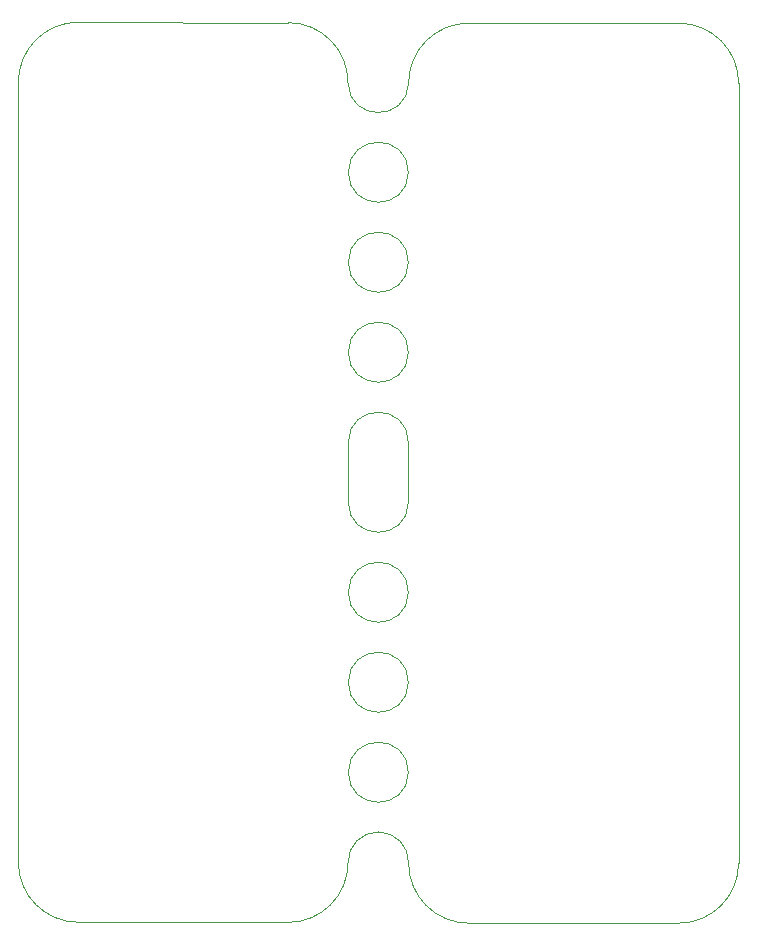
<source format=gbr>
%TF.GenerationSoftware,KiCad,Pcbnew,8.0.5*%
%TF.CreationDate,2024-11-16T12:50:28+01:00*%
%TF.ProjectId,esp8266-expansion-board,65737038-3236-4362-9d65-7870616e7369,rev?*%
%TF.SameCoordinates,Original*%
%TF.FileFunction,Profile,NP*%
%FSLAX46Y46*%
G04 Gerber Fmt 4.6, Leading zero omitted, Abs format (unit mm)*
G04 Created by KiCad (PCBNEW 8.0.5) date 2024-11-16 12:50:28*
%MOMM*%
%LPD*%
G01*
G04 APERTURE LIST*
%TA.AperFunction,Profile*%
%ADD10C,0.050000*%
%TD*%
G04 APERTURE END LIST*
D10*
X58420000Y-38100000D02*
G75*
G02*
X53340000Y-38100000I-2540000J0D01*
G01*
X53340000Y-38100000D02*
G75*
G02*
X58420000Y-38100000I2540000J0D01*
G01*
X58420000Y-45720000D02*
G75*
G02*
X53340000Y-45720000I-2540000J0D01*
G01*
X53340000Y-45720000D02*
G75*
G02*
X58420000Y-45720000I2540000J0D01*
G01*
X58420000Y-53340000D02*
G75*
G02*
X53340000Y-53340000I-2540000J0D01*
G01*
X53340000Y-53340000D02*
G75*
G02*
X58420000Y-53340000I2540000J0D01*
G01*
X53314211Y-96556006D02*
G75*
G02*
X48259279Y-101610581I-5054931J356D01*
G01*
X63524817Y-101679290D02*
G75*
G02*
X58444810Y-96599290I-17J5079990D01*
G01*
X48259279Y-25435654D02*
G75*
G02*
X53304218Y-30515935I721J-5044346D01*
G01*
X58444817Y-30559290D02*
G75*
G02*
X63524817Y-25479317I5079983J-10D01*
G01*
X53314211Y-96556006D02*
G75*
G02*
X58444816Y-96599290I2565789J36006D01*
G01*
X81304817Y-101679285D02*
X63524817Y-101679290D01*
X30479274Y-25399154D02*
X48259279Y-25435654D01*
X81304817Y-25479290D02*
G75*
G02*
X86384810Y-30559290I-17J-5080010D01*
G01*
X86384817Y-96599290D02*
G75*
G02*
X81304817Y-101679317I-5080017J-10D01*
G01*
X86384814Y-30559290D02*
X86384817Y-96599290D01*
X63524817Y-25479290D02*
X81304817Y-25479290D01*
X53340000Y-60960000D02*
G75*
G02*
X58420000Y-60960000I2540000J0D01*
G01*
X58420000Y-66040000D02*
G75*
G02*
X53340000Y-66040000I-2540000J0D01*
G01*
X58420000Y-81280000D02*
G75*
G02*
X53340000Y-81280000I-2540000J0D01*
G01*
X53340000Y-81280000D02*
G75*
G02*
X58420000Y-81280000I2540000J0D01*
G01*
X58420000Y-60960000D02*
X58420000Y-66040000D01*
X58444817Y-30559290D02*
G75*
G02*
X53314210Y-30516006I-2564817J79290D01*
G01*
X25399279Y-30515654D02*
G75*
G02*
X30479274Y-25399154I5080721J35654D01*
G01*
X25399279Y-96555654D02*
X25399279Y-30515654D01*
X58420000Y-73660000D02*
G75*
G02*
X53340000Y-73660000I-2540000J0D01*
G01*
X53340000Y-73660000D02*
G75*
G02*
X58420000Y-73660000I2540000J0D01*
G01*
X58420000Y-88900000D02*
G75*
G02*
X53340000Y-88900000I-2540000J0D01*
G01*
X53340000Y-88900000D02*
G75*
G02*
X58420000Y-88900000I2540000J0D01*
G01*
X53340000Y-60960000D02*
X53340000Y-66040000D01*
X48259279Y-101610586D02*
X30480000Y-101600000D01*
X30480000Y-101600846D02*
G75*
G02*
X25399279Y-96555654I0J5080846D01*
G01*
M02*

</source>
